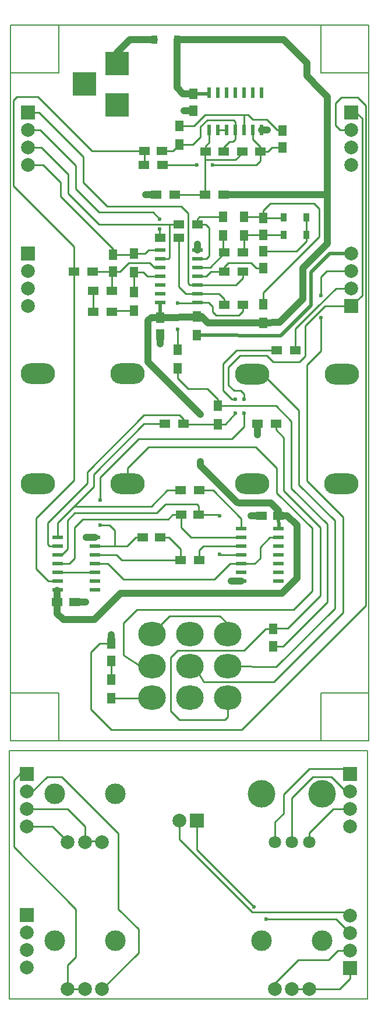
<source format=gbr>
G04 #@! TF.FileFunction,Copper,L1,Top,Signal*
%FSLAX46Y46*%
G04 Gerber Fmt 4.6, Leading zero omitted, Abs format (unit mm)*
G04 Created by KiCad (PCBNEW 4.0.7) date 03/28/18 20:32:25*
%MOMM*%
%LPD*%
G01*
G04 APERTURE LIST*
%ADD10C,0.100000*%
%ADD11C,0.150000*%
%ADD12R,2.000000X2.000000*%
%ADD13C,2.000000*%
%ADD14R,3.500000X3.500000*%
%ADD15O,4.000000X3.500000*%
%ADD16C,3.000000*%
%ADD17O,5.000000X3.000000*%
%ADD18R,1.250000X1.500000*%
%ADD19R,1.500000X1.250000*%
%ADD20R,0.900000X1.200000*%
%ADD21R,1.500000X1.300000*%
%ADD22R,1.300000X1.500000*%
%ADD23R,1.500000X0.600000*%
%ADD24R,0.600000X1.500000*%
%ADD25C,1.800000*%
%ADD26C,4.000000*%
%ADD27C,0.600000*%
%ADD28C,1.000000*%
%ADD29C,0.250000*%
%ADD30C,0.500000*%
G04 APERTURE END LIST*
D10*
D11*
X79832200Y-128727200D02*
X79832200Y-128447800D01*
X80340200Y-128727200D02*
X79222600Y-128727200D01*
X124720200Y-130172500D02*
X124364600Y-130172500D01*
X124720200Y-166240500D02*
X124720200Y-130172500D01*
X124339200Y-166240500D02*
X124720200Y-166240500D01*
X72701000Y-130172500D02*
X124517000Y-130172500D01*
X72701000Y-166240500D02*
X72701000Y-130172500D01*
X72701000Y-166240500D02*
X124517000Y-166240500D01*
X117932200Y-121742200D02*
X124917200Y-121742200D01*
X117932200Y-128727200D02*
X117932200Y-121742200D01*
X79832200Y-121742200D02*
X72847200Y-121742200D01*
X79832200Y-128727200D02*
X79832200Y-121742200D01*
X79832200Y-31699200D02*
X72847200Y-31699200D01*
X79832200Y-24714200D02*
X79832200Y-31699200D01*
X117932200Y-31699200D02*
X117932200Y-24714200D01*
X124917200Y-31699200D02*
X117932200Y-31699200D01*
X124917200Y-24714200D02*
X72847200Y-24714200D01*
X124917200Y-128727200D02*
X124917200Y-24714200D01*
X72847200Y-128727200D02*
X124917200Y-128727200D01*
X72847200Y-24714200D02*
X72847200Y-128727200D01*
D12*
X99929800Y-140307100D03*
D13*
X97389800Y-140307100D03*
D14*
X88328500Y-36322000D03*
X88328500Y-30322000D03*
X83628500Y-33322000D03*
D15*
X93407600Y-113256000D03*
X98907600Y-113256000D03*
X104407600Y-113256000D03*
X93407600Y-117856000D03*
X98907600Y-117856000D03*
X104407600Y-117856000D03*
X93407600Y-122456000D03*
X98907600Y-122456000D03*
X104407600Y-122456000D03*
D12*
X75234800Y-154063700D03*
D13*
X75234800Y-156603700D03*
X75234800Y-159143700D03*
X75234800Y-161683700D03*
D12*
X75234800Y-133540500D03*
D13*
X75234800Y-136080500D03*
X75234800Y-138620500D03*
X75234800Y-141160500D03*
D12*
X122199400Y-161709100D03*
D13*
X122199400Y-159169100D03*
X122199400Y-156629100D03*
X122199400Y-154089100D03*
D12*
X122174000Y-133540500D03*
D13*
X122174000Y-136080500D03*
X122174000Y-138620500D03*
X122174000Y-141160500D03*
D12*
X75361800Y-57937400D03*
D13*
X75361800Y-60477400D03*
X75361800Y-63017400D03*
X75361800Y-65557400D03*
D12*
X75374500Y-37401500D03*
D13*
X75374500Y-39941500D03*
X75374500Y-42481500D03*
X75374500Y-45021500D03*
D12*
X122402600Y-65557400D03*
D13*
X122402600Y-63017400D03*
X122402600Y-60477400D03*
X122402600Y-57937400D03*
D12*
X122351800Y-37414200D03*
D13*
X122351800Y-39954200D03*
X122351800Y-42494200D03*
X122351800Y-45034200D03*
X81169500Y-143446500D03*
X83669500Y-143446500D03*
X86169500Y-143446500D03*
D16*
X79269500Y-136446500D03*
X88069500Y-136446500D03*
D13*
X111268500Y-164782500D03*
X113768500Y-164782500D03*
X116268500Y-164782500D03*
D16*
X109368500Y-157782500D03*
X118168500Y-157782500D03*
D13*
X81169500Y-164782500D03*
X83669500Y-164782500D03*
X86169500Y-164782500D03*
D16*
X79269500Y-157782500D03*
X88069500Y-157782500D03*
D17*
X89824700Y-75400900D03*
X89824700Y-91400900D03*
X76824700Y-91400900D03*
X76847700Y-75400900D03*
X107977800Y-91413600D03*
X107977800Y-75413600D03*
X120977800Y-75413600D03*
X120954800Y-91413600D03*
D18*
X111048800Y-114965800D03*
X111048800Y-112465800D03*
D19*
X100183000Y-95885000D03*
X97683000Y-95885000D03*
X92095000Y-99187000D03*
X94595000Y-99187000D03*
D18*
X87477600Y-117074000D03*
X87477600Y-114574000D03*
X109601000Y-57551000D03*
X109601000Y-60051000D03*
X112395000Y-40025000D03*
X112395000Y-42525000D03*
X109601000Y-52725000D03*
X109601000Y-55225000D03*
D19*
X92349000Y-43053000D03*
X94849000Y-43053000D03*
D18*
X87757000Y-60559000D03*
X87757000Y-58059000D03*
X94615000Y-67203000D03*
X94615000Y-69703000D03*
X99441000Y-34691000D03*
X99441000Y-37191000D03*
D19*
X79649000Y-108585000D03*
X82149000Y-108585000D03*
X111803500Y-96012000D03*
X109303500Y-96012000D03*
D20*
X112523000Y-52705000D03*
X115823000Y-52705000D03*
X115823000Y-55245000D03*
X112523000Y-55245000D03*
X97027000Y-26860500D03*
X93727000Y-26860500D03*
D21*
X111459000Y-82677000D03*
X108759000Y-82677000D03*
D22*
X102997000Y-82757000D03*
X102997000Y-80057000D03*
D21*
X95297000Y-82677000D03*
X97997000Y-82677000D03*
X100283000Y-92329000D03*
X97583000Y-92329000D03*
X97583000Y-102489000D03*
X100283000Y-102489000D03*
D22*
X87477600Y-122533400D03*
X87477600Y-119833400D03*
X97155000Y-71929000D03*
X97155000Y-74629000D03*
D21*
X103933000Y-65405000D03*
X106633000Y-65405000D03*
X94623900Y-55664100D03*
X97323900Y-55664100D03*
X103839000Y-49339500D03*
X101139000Y-49339500D03*
X96727000Y-49403000D03*
X94027000Y-49403000D03*
X106498400Y-43141900D03*
X109198400Y-43141900D03*
X103933000Y-60579000D03*
X106633000Y-60579000D03*
X103864400Y-43141900D03*
X101164400Y-43141900D03*
D22*
X106807000Y-52625000D03*
X106807000Y-55325000D03*
X109601000Y-68025000D03*
X109601000Y-65325000D03*
D21*
X92249000Y-45085000D03*
X94949000Y-45085000D03*
X103933000Y-57785000D03*
X106633000Y-57785000D03*
D22*
X103759000Y-52625000D03*
X103759000Y-55325000D03*
D21*
X99978200Y-53682900D03*
X97278200Y-53682900D03*
D22*
X90805000Y-60659000D03*
X90805000Y-57959000D03*
X90805000Y-66247000D03*
X90805000Y-63547000D03*
D21*
X84883000Y-66421000D03*
X87583000Y-66421000D03*
X87583000Y-63373000D03*
X84883000Y-63373000D03*
X82089000Y-60579000D03*
X84789000Y-60579000D03*
D22*
X99949000Y-69803000D03*
X99949000Y-67103000D03*
X97409000Y-39417000D03*
X97409000Y-42117000D03*
D21*
X114253000Y-72009000D03*
X111553000Y-72009000D03*
D23*
X85123000Y-106807000D03*
X85123000Y-105537000D03*
X85123000Y-104267000D03*
X85123000Y-102997000D03*
X85123000Y-101727000D03*
X85123000Y-100457000D03*
X85123000Y-99187000D03*
X79723000Y-99187000D03*
X79723000Y-100457000D03*
X79723000Y-101727000D03*
X79723000Y-102997000D03*
X79723000Y-104267000D03*
X79723000Y-105537000D03*
X79723000Y-106807000D03*
X106393000Y-97917000D03*
X106393000Y-99187000D03*
X106393000Y-100457000D03*
X106393000Y-101727000D03*
X106393000Y-102997000D03*
X106393000Y-104267000D03*
X106393000Y-105537000D03*
X111793000Y-105537000D03*
X111793000Y-104267000D03*
X111793000Y-102997000D03*
X111793000Y-101727000D03*
X111793000Y-100457000D03*
X111793000Y-99187000D03*
X111793000Y-97917000D03*
X100001050Y-65043050D03*
X100001050Y-63773050D03*
X100001050Y-62503050D03*
X100001050Y-61233050D03*
X100001050Y-59963050D03*
X100001050Y-58693050D03*
X100001050Y-57423050D03*
X94601050Y-57423050D03*
X94601050Y-58693050D03*
X94601050Y-59963050D03*
X94601050Y-61233050D03*
X94601050Y-62503050D03*
X94601050Y-63773050D03*
X94601050Y-65043050D03*
D24*
X101752400Y-39999900D03*
X103022400Y-39999900D03*
X104292400Y-39999900D03*
X105562400Y-39999900D03*
X106832400Y-39999900D03*
X108102400Y-39999900D03*
X109372400Y-39999900D03*
X109372400Y-34599900D03*
X108102400Y-34599900D03*
X106832400Y-34599900D03*
X105562400Y-34599900D03*
X104292400Y-34599900D03*
X103022400Y-34599900D03*
X101752400Y-34599900D03*
D25*
X111268500Y-143446500D03*
X113768500Y-143446500D03*
X116268500Y-143446500D03*
D26*
X109368500Y-136446500D03*
X118168500Y-136446500D03*
D27*
X98107500Y-37211000D03*
X110172500Y-40005000D03*
X108775500Y-84264500D03*
X107823000Y-96012000D03*
X104902000Y-105537000D03*
X83883500Y-99187000D03*
X83756500Y-108585000D03*
X94615000Y-71056500D03*
X100012500Y-56578500D03*
X92519500Y-49403000D03*
X100457000Y-88138000D03*
X100457000Y-81280000D03*
X103225600Y-96012000D03*
X103251000Y-101600000D03*
X109988200Y-154632700D03*
X108210200Y-152854700D03*
X97155000Y-65151000D03*
X97155000Y-68961000D03*
X94488000Y-54356000D03*
X94488000Y-52959000D03*
X117983000Y-64008000D03*
X117983000Y-67246500D03*
X102235000Y-45085000D03*
X99949000Y-45085000D03*
X105537000Y-81153000D03*
X105537000Y-79121000D03*
X106807000Y-79121000D03*
X106807000Y-81153000D03*
X85852000Y-93726000D03*
X85852000Y-97409000D03*
X87503000Y-113284000D03*
D28*
X99441000Y-37191000D02*
X98127500Y-37191000D01*
X98127500Y-37191000D02*
X98107500Y-37211000D01*
X109372400Y-39999900D02*
X110167400Y-39999900D01*
X110167400Y-39999900D02*
X110172500Y-40005000D01*
X108759000Y-82677000D02*
X108759000Y-84248000D01*
X108759000Y-84248000D02*
X108775500Y-84264500D01*
X109303500Y-96012000D02*
X107843000Y-95992000D01*
X107843000Y-95992000D02*
X107823000Y-96012000D01*
X106393000Y-105537000D02*
X104902000Y-105537000D01*
X85123000Y-99187000D02*
X83883500Y-99187000D01*
X82149000Y-108585000D02*
X83756500Y-108585000D01*
X94615000Y-69703000D02*
X94615000Y-71056500D01*
X100001050Y-57423050D02*
X100001050Y-56589950D01*
X100001050Y-56589950D02*
X100012500Y-56578500D01*
X94027000Y-49403000D02*
X92519500Y-49403000D01*
D29*
X109372400Y-39999900D02*
X109372400Y-40601900D01*
D30*
X109303500Y-96012000D02*
X109227300Y-95930400D01*
X109227300Y-95930400D02*
X109232700Y-95935800D01*
D29*
X106393000Y-100457000D02*
X100838000Y-100457000D01*
X100838000Y-100457000D02*
X100283000Y-101012000D01*
X100283000Y-102489000D02*
X100283000Y-101012000D01*
X106426000Y-100457000D02*
X106393000Y-100457000D01*
D28*
X118935500Y-35814000D02*
X118935500Y-35115500D01*
X118935500Y-35115500D02*
X117919500Y-34099500D01*
X118935500Y-35814000D02*
X118935500Y-49339500D01*
X115951000Y-30226000D02*
X115951000Y-32131000D01*
X117919500Y-34099500D02*
X115951000Y-32131000D01*
X112585500Y-26860500D02*
X115951000Y-30226000D01*
X97027000Y-26860500D02*
X112585500Y-26860500D01*
X117919500Y-34099500D02*
X118935500Y-35115500D01*
X79649000Y-108585000D02*
X79649000Y-110256000D01*
X85013800Y-111125000D02*
X86283800Y-109855000D01*
X80518000Y-111125000D02*
X85013800Y-111125000D01*
X79649000Y-110256000D02*
X80518000Y-111125000D01*
X111803500Y-96012000D02*
X113093500Y-96012000D01*
X112268000Y-107315000D02*
X88823800Y-107315000D01*
X114477800Y-105105200D02*
X112268000Y-107315000D01*
X114477800Y-97396300D02*
X114477800Y-105105200D01*
X86283800Y-109855000D02*
X88823800Y-107315000D01*
X113093500Y-96012000D02*
X114477800Y-97396300D01*
X118935500Y-49339500D02*
X118935500Y-56451500D01*
D30*
X118935500Y-56451500D02*
X118935500Y-56324500D01*
X118935500Y-56324500D02*
X118935500Y-56451500D01*
X111803500Y-96012000D02*
X111803500Y-95293500D01*
D28*
X110680500Y-94170500D02*
X105989994Y-94170500D01*
X111803500Y-95293500D02*
X110680500Y-94170500D01*
X97027000Y-26860500D02*
X97027000Y-33781000D01*
X97937000Y-34691000D02*
X99441000Y-34691000D01*
X97027000Y-33781000D02*
X97937000Y-34691000D01*
D30*
X99949000Y-67103000D02*
X100631000Y-67103000D01*
D28*
X101553000Y-68025000D02*
X109601000Y-68025000D01*
X100631000Y-67103000D02*
X101553000Y-68025000D01*
D30*
X99441000Y-34691000D02*
X101661300Y-34691000D01*
X101661300Y-34691000D02*
X101752400Y-34599900D01*
X105791000Y-94107000D02*
X105989994Y-94170500D01*
D28*
X92837000Y-67691000D02*
X92837000Y-73660000D01*
X92837000Y-73660000D02*
X100457000Y-81280000D01*
X93325000Y-67203000D02*
X92837000Y-67691000D01*
X94615000Y-67203000D02*
X93325000Y-67203000D01*
X100457000Y-88773000D02*
X105791000Y-94107000D01*
X100457000Y-88138000D02*
X100457000Y-88773000D01*
D30*
X111823500Y-96032000D02*
X111803500Y-96012000D01*
X111803500Y-96012000D02*
X111836200Y-97873800D01*
X111836200Y-97873800D02*
X111793000Y-97917000D01*
D28*
X79649000Y-108585000D02*
X79649000Y-106881000D01*
D30*
X79649000Y-106881000D02*
X79723000Y-106807000D01*
X94615000Y-67203000D02*
X94615000Y-65057000D01*
X94615000Y-65057000D02*
X94601050Y-65043050D01*
D28*
X94615000Y-67203000D02*
X99912500Y-67139500D01*
D30*
X99912500Y-67139500D02*
X99949000Y-67103000D01*
X99949000Y-67103000D02*
X99949000Y-67132200D01*
D28*
X103839000Y-49339500D02*
X118935500Y-49339500D01*
X109601000Y-68025000D02*
X111914950Y-67917050D01*
X115316000Y-60071000D02*
X118935500Y-56451500D01*
X115316000Y-64516000D02*
X111914950Y-67917050D01*
X115316000Y-60071000D02*
X115316000Y-64516000D01*
D29*
X79776000Y-106860000D02*
X79723000Y-106807000D01*
X79248000Y-108184000D02*
X79649000Y-108585000D01*
D30*
X79629000Y-108565000D02*
X79649000Y-108585000D01*
X79703000Y-106827000D02*
X79723000Y-106807000D01*
X111803500Y-96012000D02*
X111727300Y-95905000D01*
D29*
X94615000Y-67203000D02*
X94475300Y-65168800D01*
X94475300Y-65168800D02*
X94601050Y-65043050D01*
X99464800Y-66618800D02*
X99949000Y-67103000D01*
X111897500Y-96106000D02*
X111803500Y-96012000D01*
X79629000Y-106901000D02*
X79723000Y-106807000D01*
X99949000Y-67103000D02*
X100123000Y-67103000D01*
X99698500Y-67353500D02*
X99949000Y-67103000D01*
X101752400Y-34599900D02*
X101752400Y-33997900D01*
X94615000Y-66802000D02*
X94615000Y-67203000D01*
X94336550Y-64990050D02*
X94347050Y-64979550D01*
X95297000Y-82677000D02*
X92252800Y-82677000D01*
X92252800Y-82677000D02*
X84912200Y-90017600D01*
X97583000Y-92329000D02*
X95631000Y-92329000D01*
X95631000Y-92329000D02*
X93294200Y-94665800D01*
X79723000Y-99187000D02*
X79723000Y-97010200D01*
X79723000Y-97010200D02*
X82067400Y-94665800D01*
X97583000Y-92329000D02*
X97434400Y-92329000D01*
X93294200Y-94665800D02*
X82067400Y-94665800D01*
X82067400Y-94665800D02*
X84912200Y-91821000D01*
X84912200Y-91821000D02*
X84912200Y-90017600D01*
X97583000Y-92329000D02*
X97307400Y-92329000D01*
X97583000Y-92790000D02*
X97583000Y-92329000D01*
X79629000Y-99187000D02*
X79723000Y-99187000D01*
X100001050Y-61233050D02*
X101326950Y-61233050D01*
X101981000Y-60579000D02*
X103933000Y-60579000D01*
X101326950Y-61233050D02*
X101981000Y-60579000D01*
X109601000Y-60051000D02*
X108565000Y-60051000D01*
X108565000Y-60051000D02*
X107823000Y-59309000D01*
X103933000Y-60579000D02*
X103933000Y-59897000D01*
X103933000Y-59897000D02*
X104521000Y-59309000D01*
X104521000Y-59309000D02*
X107823000Y-59309000D01*
X103933000Y-60579000D02*
X103933000Y-60151000D01*
X103933000Y-60579000D02*
X103905050Y-60344050D01*
X103905050Y-60344050D02*
X103651050Y-60598050D01*
X106393000Y-101727000D02*
X104140000Y-101727000D01*
X103289100Y-101701600D02*
X103251000Y-101600000D01*
X104140000Y-101727000D02*
X103289100Y-101701600D01*
X100183000Y-95885000D02*
X100183000Y-94595000D01*
X100183000Y-94595000D02*
X99949000Y-94361000D01*
X100183000Y-95885000D02*
X103098600Y-95885000D01*
X103098600Y-95885000D02*
X103225600Y-96012000D01*
X82194400Y-95631000D02*
X81153000Y-96672400D01*
X81153000Y-96672400D02*
X81153000Y-100838000D01*
X99949000Y-94361000D02*
X95377000Y-94361000D01*
X80264000Y-101727000D02*
X81153000Y-100838000D01*
X95377000Y-94361000D02*
X94107000Y-95631000D01*
X94107000Y-95631000D02*
X82194400Y-95631000D01*
X106393000Y-101727000D02*
X106248200Y-101777800D01*
X100310000Y-96012000D02*
X100183000Y-95885000D01*
X100183000Y-95885000D02*
X100183000Y-95484000D01*
X109601000Y-65325000D02*
X109601000Y-63627000D01*
X109601000Y-51689000D02*
X109601000Y-52725000D01*
X110617000Y-50673000D02*
X109601000Y-51689000D01*
X116967000Y-50673000D02*
X110617000Y-50673000D01*
X117729000Y-51435000D02*
X116967000Y-50673000D01*
X117729000Y-55499000D02*
X117729000Y-51435000D01*
X109601000Y-63627000D02*
X117729000Y-55499000D01*
X109601000Y-52725000D02*
X112503000Y-52725000D01*
X112503000Y-52725000D02*
X112523000Y-52705000D01*
X106807000Y-52625000D02*
X109501000Y-52625000D01*
X109501000Y-52625000D02*
X109601000Y-52725000D01*
X109601000Y-65325000D02*
X109642900Y-65325000D01*
X112523000Y-52705000D02*
X112395000Y-52705000D01*
X106807000Y-55325000D02*
X106807000Y-57611000D01*
X106807000Y-57611000D02*
X106633000Y-57785000D01*
X109601000Y-55225000D02*
X106907000Y-55225000D01*
X106907000Y-55225000D02*
X106807000Y-55325000D01*
X112523000Y-55245000D02*
X109621000Y-55245000D01*
X109621000Y-55245000D02*
X109601000Y-55225000D01*
X106553000Y-57705000D02*
X106633000Y-57785000D01*
X99929800Y-140307100D02*
X99929800Y-144574300D01*
X121672200Y-156156700D02*
X122942200Y-156156700D01*
X120148200Y-154632700D02*
X121672200Y-156156700D01*
X109988200Y-154632700D02*
X120148200Y-154632700D01*
X99929800Y-144574300D02*
X108210200Y-152854700D01*
X97389800Y-140307100D02*
X97389800Y-143046300D01*
X107960200Y-153616700D02*
X122942200Y-153616700D01*
X97389800Y-143046300D02*
X107960200Y-153616700D01*
D28*
X88328500Y-30322000D02*
X88328500Y-28702000D01*
X88328500Y-28702000D02*
X90170000Y-26860500D01*
X90170000Y-26860500D02*
X93727000Y-26860500D01*
D29*
X97583000Y-102489000D02*
X89027000Y-102489000D01*
X89027000Y-102489000D02*
X88265000Y-101727000D01*
X97583000Y-102489000D02*
X97583000Y-100885000D01*
X95885000Y-99187000D02*
X94595000Y-99187000D01*
X97583000Y-100885000D02*
X95885000Y-99187000D01*
X88265000Y-101727000D02*
X85123000Y-101727000D01*
X94595000Y-99207000D02*
X94595000Y-99187000D01*
X106393000Y-97917000D02*
X106393000Y-96423500D01*
X102298500Y-92329000D02*
X100283000Y-92329000D01*
X106393000Y-96423500D02*
X102298500Y-92329000D01*
X105689400Y-97917000D02*
X106393000Y-97917000D01*
X100283000Y-92329000D02*
X100203000Y-92329000D01*
X100001050Y-65043050D02*
X101619050Y-65043050D01*
X106633000Y-66341000D02*
X106633000Y-65405000D01*
X106045000Y-66929000D02*
X106633000Y-66341000D01*
X102743000Y-66929000D02*
X106045000Y-66929000D01*
X102235000Y-66421000D02*
X102743000Y-66929000D01*
X102235000Y-65659000D02*
X102235000Y-66421000D01*
X101619050Y-65043050D02*
X102235000Y-65659000D01*
X97155000Y-65151000D02*
X99893100Y-65151000D01*
X99893100Y-65151000D02*
X100001050Y-65043050D01*
X97155000Y-71929000D02*
X97155000Y-68961000D01*
X106633000Y-65858400D02*
X106633000Y-65405000D01*
X106633000Y-65833000D02*
X106633000Y-65405000D01*
X103933000Y-65405000D02*
X103933000Y-64563000D01*
X103143050Y-63773050D02*
X100001050Y-63773050D01*
X103933000Y-64563000D02*
X103143050Y-63773050D01*
X103933000Y-65405000D02*
X103933000Y-64842400D01*
X97323900Y-55664100D02*
X97323900Y-62779900D01*
X98317050Y-63773050D02*
X100001050Y-63773050D01*
X97323900Y-62779900D02*
X98317050Y-63773050D01*
X106498400Y-43141900D02*
X106498400Y-43361600D01*
X106498400Y-43361600D02*
X105537000Y-44323000D01*
X105537000Y-44323000D02*
X101139000Y-44323000D01*
X96727000Y-49403000D02*
X101075500Y-49403000D01*
X101075500Y-49403000D02*
X101139000Y-49339500D01*
X101752400Y-39999900D02*
X101752400Y-41757600D01*
X101752400Y-41757600D02*
X101164400Y-42345600D01*
X101139000Y-49339500D02*
X101139000Y-44323000D01*
X101139000Y-44323000D02*
X101139000Y-43167300D01*
X101139000Y-43167300D02*
X101164400Y-43141900D01*
X106426000Y-43214300D02*
X106498400Y-43141900D01*
X101172000Y-43149500D02*
X101164400Y-43141900D01*
X101164400Y-43141900D02*
X101164400Y-42345600D01*
X106498400Y-43141900D02*
X106498400Y-43475900D01*
X97155000Y-74629000D02*
X97155000Y-76073000D01*
X98679000Y-77597000D02*
X101473000Y-77597000D01*
X97155000Y-76073000D02*
X98679000Y-77597000D01*
X102997000Y-80057000D02*
X102997000Y-79121000D01*
X102997000Y-79121000D02*
X101473000Y-77597000D01*
X97155000Y-75057000D02*
X97155000Y-74629000D01*
X102997000Y-80057000D02*
X111426000Y-80057000D01*
X111426000Y-80057000D02*
X113665000Y-82296000D01*
X111048800Y-114965800D02*
X112491200Y-114965800D01*
X112491200Y-114965800D02*
X118872000Y-108585000D01*
X102997000Y-80057000D02*
X102663000Y-80057000D01*
X96901000Y-74930000D02*
X97155000Y-74629000D01*
X97456000Y-74930000D02*
X97155000Y-74629000D01*
X113665000Y-82296000D02*
X113665000Y-92011500D01*
X113665000Y-92011500D02*
X118872000Y-97218500D01*
X118872000Y-97218500D02*
X118872000Y-108585000D01*
X87477600Y-117074000D02*
X87477600Y-117555000D01*
X87477600Y-117555000D02*
X87477600Y-119833400D01*
X115823000Y-55245000D02*
X115823000Y-56135000D01*
X114407000Y-57551000D02*
X109601000Y-57551000D01*
X115823000Y-56135000D02*
X114407000Y-57551000D01*
X115823000Y-55245000D02*
X115823000Y-55627000D01*
X115823000Y-52705000D02*
X115823000Y-55245000D01*
X109749000Y-57403000D02*
X109601000Y-57551000D01*
X115971000Y-52853000D02*
X115823000Y-52705000D01*
X90043000Y-59309000D02*
X88773000Y-60579000D01*
X88773000Y-60579000D02*
X87777000Y-60579000D01*
X87777000Y-60579000D02*
X87757000Y-60559000D01*
X87757000Y-60559000D02*
X84809000Y-60559000D01*
X84809000Y-60559000D02*
X84789000Y-60579000D01*
X87583000Y-63373000D02*
X87583000Y-60733000D01*
X87583000Y-60733000D02*
X87757000Y-60559000D01*
X87737000Y-60579000D02*
X87757000Y-60559000D01*
X87757000Y-63199000D02*
X87583000Y-63373000D01*
X94601050Y-59963050D02*
X93745050Y-59963050D01*
X93745050Y-59963050D02*
X93091000Y-59309000D01*
X93091000Y-59309000D02*
X90043000Y-59309000D01*
X81248250Y-49244250D02*
X81248250Y-46386750D01*
X77343000Y-42481500D02*
X75374500Y-42481500D01*
X81248250Y-46386750D02*
X77343000Y-42481500D01*
X97278200Y-53682900D02*
X85686900Y-53682900D01*
X85686900Y-53682900D02*
X81248250Y-49244250D01*
X95973900Y-58496200D02*
X95973900Y-53682900D01*
X95885000Y-53721000D02*
X95885000Y-53682900D01*
X95935800Y-53721000D02*
X95885000Y-53721000D01*
X95973900Y-53682900D02*
X95935800Y-53721000D01*
X97278200Y-53682900D02*
X95885000Y-53682900D01*
X97278200Y-53682900D02*
X97040700Y-53682900D01*
X95973900Y-58496200D02*
X95777050Y-58693050D01*
X97278200Y-53682900D02*
X97104200Y-53682900D01*
X95777050Y-58693050D02*
X94601050Y-58693050D01*
X97278200Y-53682900D02*
X96850200Y-53682900D01*
X75190200Y-158696700D02*
X74428200Y-158696700D01*
X81169500Y-164782500D02*
X81169500Y-161337000D01*
X74231500Y-133540500D02*
X75234800Y-133540500D01*
X73342500Y-134429500D02*
X74231500Y-133540500D01*
X73342500Y-144145000D02*
X73342500Y-134429500D01*
X82359500Y-153162000D02*
X73342500Y-144145000D01*
X82359500Y-160147000D02*
X82359500Y-153162000D01*
X81169500Y-161337000D02*
X82359500Y-160147000D01*
X81169500Y-164782500D02*
X83669500Y-164782500D01*
X75234800Y-136080500D02*
X76009500Y-136080500D01*
X76009500Y-136080500D02*
X78168500Y-133921500D01*
X91440000Y-159512000D02*
X86169500Y-164782500D01*
X91440000Y-156083000D02*
X91440000Y-159512000D01*
X88519000Y-153162000D02*
X91440000Y-156083000D01*
X88519000Y-142176500D02*
X88519000Y-153162000D01*
X80264000Y-133921500D02*
X88519000Y-142176500D01*
X78168500Y-133921500D02*
X80264000Y-133921500D01*
X75234800Y-136080500D02*
X76022200Y-136080500D01*
X74479000Y-136065300D02*
X74533800Y-136065300D01*
X74656800Y-136065300D02*
X74479000Y-136065300D01*
X75234800Y-138620500D02*
X81178400Y-138620500D01*
X83682200Y-141124300D02*
X83682200Y-143421100D01*
X81178400Y-138620500D02*
X83682200Y-141124300D01*
X85439100Y-143278900D02*
X82939100Y-143278900D01*
X75234800Y-141160500D02*
X78921600Y-141160500D01*
X78921600Y-141160500D02*
X81182200Y-143421100D01*
X116268500Y-143446500D02*
X116268500Y-142113000D01*
X119761000Y-138620500D02*
X122174000Y-138620500D01*
X116268500Y-142113000D02*
X119761000Y-138620500D01*
X94488000Y-54356000D02*
X94488000Y-55528200D01*
X94488000Y-55528200D02*
X94623900Y-55664100D01*
X82327750Y-48545750D02*
X82327750Y-45116750D01*
X77152500Y-39941500D02*
X75374500Y-39941500D01*
X82327750Y-45116750D02*
X77152500Y-39941500D01*
X93599000Y-51943000D02*
X94488000Y-52959000D01*
X85725000Y-51943000D02*
X93599000Y-51943000D01*
X82327750Y-48545750D02*
X85725000Y-51943000D01*
X106633000Y-60579000D02*
X106633000Y-61515000D01*
X105644950Y-62503050D02*
X100001050Y-62503050D01*
X106633000Y-61515000D02*
X105644950Y-62503050D01*
X83407250Y-47593250D02*
X83407250Y-43846750D01*
X76962000Y-37401500D02*
X75374500Y-37401500D01*
X83407250Y-43846750D02*
X76962000Y-37401500D01*
X100001050Y-62503050D02*
X98952050Y-62503050D01*
X86868000Y-51054000D02*
X83407250Y-47593250D01*
X97663000Y-51054000D02*
X86868000Y-51054000D01*
X98679000Y-52070000D02*
X97663000Y-51054000D01*
X98679000Y-62230000D02*
X98679000Y-52070000D01*
X98952050Y-62503050D02*
X98679000Y-62230000D01*
X114253000Y-72009000D02*
X114253000Y-68881000D01*
X114253000Y-68881000D02*
X115523000Y-67611000D01*
X121666000Y-62992000D02*
X120142000Y-62992000D01*
X120142000Y-62992000D02*
X117475000Y-65659000D01*
X117475000Y-65659000D02*
X117475000Y-65659000D01*
X115523000Y-67611000D02*
X117475000Y-65659000D01*
X114253000Y-72009000D02*
X114253000Y-72343000D01*
X87757000Y-58059000D02*
X87757000Y-57277000D01*
X87757000Y-57277000D02*
X80137000Y-49657000D01*
X90805000Y-57959000D02*
X92409000Y-57959000D01*
X92944950Y-57423050D02*
X94601050Y-57423050D01*
X92409000Y-57959000D02*
X92944950Y-57423050D01*
X87757000Y-58059000D02*
X90705000Y-58059000D01*
X90705000Y-58059000D02*
X90805000Y-57959000D01*
X80137000Y-49657000D02*
X80137000Y-47561500D01*
X80137000Y-47561500D02*
X77597000Y-45021500D01*
X77597000Y-45021500D02*
X75374500Y-45021500D01*
X87757000Y-58059000D02*
X87757000Y-57658000D01*
X87864950Y-57951050D02*
X87757000Y-58059000D01*
X87757000Y-58059000D02*
X87757000Y-57531000D01*
X90705000Y-58059000D02*
X90805000Y-57959000D01*
D30*
X121666000Y-57912000D02*
X119253000Y-57912000D01*
X119253000Y-57912000D02*
X116522500Y-60642500D01*
X116522500Y-65468500D02*
X116522500Y-60642500D01*
X112124500Y-69866500D02*
X99949000Y-69803000D01*
X116522500Y-65468500D02*
X112124500Y-69866500D01*
D29*
X99949000Y-69803000D02*
X99949000Y-69850000D01*
X110363000Y-120192800D02*
X111137700Y-120192800D01*
X118846600Y-60477400D02*
X122402600Y-60477400D01*
X117983000Y-61341000D02*
X118846600Y-60477400D01*
X117983000Y-64008000D02*
X117983000Y-61341000D01*
X117983000Y-72072500D02*
X117983000Y-67246500D01*
X115951000Y-74104500D02*
X117983000Y-72072500D01*
X115951000Y-90932000D02*
X115951000Y-74104500D01*
X121221500Y-96202500D02*
X115951000Y-90932000D01*
X121221500Y-110109000D02*
X121221500Y-96202500D01*
X111137700Y-120192800D02*
X121221500Y-110109000D01*
X100990400Y-120192800D02*
X110363000Y-120192800D01*
X99517200Y-117856000D02*
X100990400Y-120192800D01*
X98907600Y-117856000D02*
X100025200Y-117856000D01*
X103759000Y-55325000D02*
X103739950Y-57591950D01*
X103739950Y-57591950D02*
X103933000Y-57785000D01*
X104013000Y-57705000D02*
X103933000Y-57785000D01*
X103933000Y-57785000D02*
X103933000Y-57865000D01*
X103933000Y-57865000D02*
X101873050Y-59963050D01*
X101873050Y-59963050D02*
X100001050Y-59963050D01*
X99978200Y-53682900D02*
X99978200Y-52929800D01*
X100283000Y-52625000D02*
X103759000Y-52625000D01*
X99978200Y-52929800D02*
X100283000Y-52625000D01*
X99978200Y-53682900D02*
X99978200Y-53437800D01*
X101727000Y-58293000D02*
X101727000Y-54229000D01*
X101180900Y-53682900D02*
X99978200Y-53682900D01*
X101727000Y-54229000D02*
X101180900Y-53682900D01*
X101326950Y-58693050D02*
X100001050Y-58693050D01*
X101727000Y-58293000D02*
X101326950Y-58693050D01*
X100058200Y-53602900D02*
X99978200Y-53682900D01*
X90805000Y-60659000D02*
X92155000Y-60659000D01*
X92729050Y-61233050D02*
X94601050Y-61233050D01*
X92155000Y-60659000D02*
X92729050Y-61233050D01*
X90805000Y-63547000D02*
X90805000Y-60659000D01*
X90805000Y-66247000D02*
X87757000Y-66247000D01*
X87757000Y-66247000D02*
X87583000Y-66421000D01*
X90725000Y-66167000D02*
X90805000Y-66247000D01*
X90631000Y-66421000D02*
X90805000Y-66247000D01*
X84883000Y-66421000D02*
X84883000Y-63373000D01*
X106393000Y-102997000D02*
X108331000Y-102997000D01*
X110553500Y-99187000D02*
X111793000Y-99187000D01*
X109156500Y-100584000D02*
X110553500Y-99187000D01*
X109156500Y-102171500D02*
X109156500Y-100584000D01*
X108331000Y-102997000D02*
X109156500Y-102171500D01*
X101092000Y-105283000D02*
X102489000Y-105283000D01*
X104775000Y-102997000D02*
X106393000Y-102997000D01*
X102489000Y-105283000D02*
X104775000Y-102997000D01*
X87020400Y-102997000D02*
X85123000Y-102997000D01*
X89306400Y-105283000D02*
X87020400Y-102997000D01*
X101092000Y-105283000D02*
X89306400Y-105283000D01*
X106393000Y-102997000D02*
X105714800Y-102997000D01*
X106172000Y-102997000D02*
X106393000Y-102997000D01*
X111793000Y-99187000D02*
X111760000Y-99187000D01*
X103022400Y-39999900D02*
X104292400Y-39999900D01*
X106393000Y-99187000D02*
X99123500Y-99187000D01*
X97683000Y-97746500D02*
X97683000Y-95885000D01*
X99123500Y-99187000D02*
X97683000Y-97746500D01*
X79723000Y-102997000D02*
X81407000Y-102997000D01*
X82169000Y-102235000D02*
X82169000Y-97713800D01*
X81407000Y-102997000D02*
X82169000Y-102235000D01*
X83362800Y-96520000D02*
X95758000Y-96520000D01*
X96393000Y-95885000D02*
X97683000Y-95885000D01*
X95758000Y-96520000D02*
X96393000Y-95885000D01*
X83362800Y-96520000D02*
X82169000Y-97713800D01*
X97683000Y-95885000D02*
X97683000Y-96413000D01*
X80137000Y-102997000D02*
X79723000Y-102997000D01*
X79723000Y-102997000D02*
X79629000Y-102997000D01*
X102235000Y-45085000D02*
X108585000Y-45085000D01*
X108585000Y-45085000D02*
X109198400Y-44471600D01*
X94949000Y-45085000D02*
X99949000Y-45085000D01*
X109198400Y-44471600D02*
X109198400Y-43141900D01*
X109198400Y-43141900D02*
X109198400Y-42396400D01*
X108102400Y-41300400D02*
X108102400Y-39999900D01*
X109198400Y-42396400D02*
X108102400Y-41300400D01*
X109198400Y-43141900D02*
X110274100Y-43141900D01*
X110891000Y-42525000D02*
X112395000Y-42525000D01*
X110274100Y-43141900D02*
X110891000Y-42525000D01*
X112336900Y-42613900D02*
X112395000Y-42525000D01*
X112395000Y-42525000D02*
X112057500Y-42525000D01*
X109093000Y-43247300D02*
X109198400Y-43141900D01*
X109198400Y-43141900D02*
X109198400Y-43328600D01*
X109198400Y-43141900D02*
X108864400Y-43141900D01*
X94849000Y-43053000D02*
X96473000Y-43053000D01*
X96473000Y-43053000D02*
X97409000Y-42117000D01*
X97409000Y-42117000D02*
X97329000Y-42117000D01*
X105257600Y-38506400D02*
X101447600Y-38506400D01*
X99361000Y-42117000D02*
X97409000Y-42117000D01*
X100457000Y-41021000D02*
X99361000Y-42117000D01*
X100457000Y-39497000D02*
X100457000Y-41021000D01*
X101447600Y-38506400D02*
X100457000Y-39497000D01*
X105562400Y-38811200D02*
X105562400Y-39999900D01*
X105257600Y-38506400D02*
X105562400Y-38811200D01*
X103864400Y-43141900D02*
X103864400Y-42490400D01*
X104648000Y-41706800D02*
X105219500Y-41706800D01*
X103864400Y-42490400D02*
X104648000Y-41706800D01*
X97409000Y-42117000D02*
X97409000Y-42037000D01*
X105562400Y-39999900D02*
X105562400Y-39268400D01*
X97429000Y-42137000D02*
X97409000Y-42117000D01*
X97409000Y-42117000D02*
X97583000Y-42117000D01*
X103864400Y-43141900D02*
X103864400Y-43061900D01*
X105219500Y-41706800D02*
X105562400Y-41363900D01*
X105562400Y-41363900D02*
X105562400Y-39999900D01*
X97409000Y-42117000D02*
X97837000Y-42117000D01*
X104292400Y-42713900D02*
X103864400Y-43141900D01*
X105537000Y-79121000D02*
X105029000Y-79121000D01*
X103759000Y-77851000D02*
X103759000Y-73914000D01*
X105029000Y-79121000D02*
X103759000Y-77851000D01*
X102997000Y-82757000D02*
X98077000Y-82757000D01*
X98077000Y-82757000D02*
X97997000Y-82677000D01*
X102997000Y-82757000D02*
X104060000Y-82757000D01*
X104060000Y-82757000D02*
X105537000Y-81153000D01*
X78232000Y-100203000D02*
X78232000Y-97028000D01*
X83997800Y-91262200D02*
X83997800Y-89662000D01*
X78232000Y-97028000D02*
X83997800Y-91262200D01*
X78232000Y-100203000D02*
X78486000Y-100457000D01*
X97997000Y-82677000D02*
X97997000Y-81995000D01*
X78486000Y-100457000D02*
X79723000Y-100457000D01*
X105664000Y-72009000D02*
X111553000Y-72009000D01*
X103759000Y-73914000D02*
X105664000Y-72009000D01*
X102917000Y-82677000D02*
X102997000Y-82757000D01*
X92252800Y-81407000D02*
X97409000Y-81407000D01*
X83997800Y-89662000D02*
X92252800Y-81407000D01*
X97997000Y-81995000D02*
X97409000Y-81407000D01*
X84709000Y-43053000D02*
X76835000Y-35179000D01*
X92349000Y-43053000D02*
X84709000Y-43053000D01*
X92349000Y-43053000D02*
X92349000Y-43033000D01*
X92349000Y-43053000D02*
X92349000Y-44985000D01*
X92349000Y-44985000D02*
X92249000Y-45085000D01*
X92095000Y-44931000D02*
X92249000Y-45085000D01*
X92349000Y-44985000D02*
X92249000Y-45085000D01*
X73279000Y-48133000D02*
X73279000Y-35687000D01*
X73279000Y-35687000D02*
X73787000Y-35179000D01*
X73787000Y-35179000D02*
X76835000Y-35179000D01*
X82089000Y-60579000D02*
X82089000Y-56943000D01*
X82089000Y-56943000D02*
X73279000Y-48133000D01*
X82089000Y-60579000D02*
X82089000Y-90885000D01*
X78359000Y-105537000D02*
X79723000Y-105537000D01*
X76581000Y-103759000D02*
X78359000Y-105537000D01*
X76581000Y-96393000D02*
X76581000Y-103759000D01*
X82089000Y-90885000D02*
X76581000Y-96393000D01*
X92349000Y-44985000D02*
X92249000Y-45085000D01*
X81915000Y-60753000D02*
X82089000Y-60579000D01*
X85123000Y-104267000D02*
X79723000Y-104267000D01*
X80391000Y-104267000D02*
X79723000Y-104267000D01*
X111459000Y-82677000D02*
X111459000Y-83519000D01*
X111459000Y-83519000D02*
X112585500Y-84645500D01*
X111119600Y-112395000D02*
X113157000Y-112395000D01*
X117906800Y-107645200D02*
X117906800Y-97713800D01*
X112585500Y-92392500D02*
X112585500Y-84645500D01*
X112585500Y-92392500D02*
X117906800Y-97713800D01*
X113157000Y-112395000D02*
X117906800Y-107645200D01*
X111048800Y-112465800D02*
X109911200Y-112465800D01*
X109911200Y-112465800D02*
X106756200Y-115620800D01*
X111119600Y-112395000D02*
X111048800Y-112465800D01*
X97409000Y-125628400D02*
X104038400Y-125628400D01*
X106756200Y-115620800D02*
X97155000Y-115620800D01*
X97155000Y-115620800D02*
X96164400Y-116611400D01*
X96164400Y-116611400D02*
X96164400Y-124383800D01*
X96164400Y-124383800D02*
X97409000Y-125628400D01*
X104038400Y-125628400D02*
X104407600Y-125259200D01*
X104407600Y-125259200D02*
X104407600Y-122456000D01*
X111048800Y-112465800D02*
X111048800Y-112090200D01*
X104407600Y-122456000D02*
X103380600Y-122456000D01*
X104407600Y-117856000D02*
X111480600Y-117932200D01*
X111480600Y-117932200D02*
X119964200Y-109448600D01*
X114744500Y-80708500D02*
X109310600Y-75274600D01*
X114744500Y-91503500D02*
X114744500Y-80708500D01*
X119964200Y-96723200D02*
X114744500Y-91503500D01*
X119964200Y-109448600D02*
X119964200Y-96723200D01*
X93407600Y-117856000D02*
X91694000Y-117856000D01*
X91694000Y-117856000D02*
X89230200Y-116255800D01*
X89230200Y-116255800D02*
X89230200Y-111582200D01*
X89230200Y-111582200D02*
X91186000Y-109626400D01*
X91186000Y-109626400D02*
X113995200Y-109626400D01*
X113995200Y-109626400D02*
X116662200Y-106959400D01*
X116662200Y-106959400D02*
X116662200Y-97802700D01*
X116662200Y-97802700D02*
X111569500Y-92710000D01*
X111569500Y-92710000D02*
X111569500Y-89090500D01*
X111569500Y-89090500D02*
X108483400Y-86004400D01*
X108483400Y-86004400D02*
X92887800Y-86004400D01*
X92887800Y-86004400D02*
X89824700Y-89067500D01*
X89824700Y-89067500D02*
X89824700Y-91400900D01*
X89824700Y-91400900D02*
X89824700Y-91277300D01*
X93407600Y-113256000D02*
X93407600Y-113145200D01*
X93407600Y-113145200D02*
X95961200Y-110591600D01*
X103276400Y-110591600D02*
X104407600Y-111722800D01*
X95961200Y-110591600D02*
X103276400Y-110591600D01*
X104407600Y-111722800D02*
X104407600Y-113256000D01*
X93407600Y-113256000D02*
X93500000Y-113256000D01*
X116255800Y-164807900D02*
X113755800Y-164807900D01*
X116255800Y-164807900D02*
X120650000Y-164807900D01*
X122199400Y-163258500D02*
X122199400Y-161709100D01*
X120650000Y-164807900D02*
X122199400Y-163258500D01*
X111255800Y-164807900D02*
X111255800Y-163889700D01*
X111255800Y-163889700D02*
X114630200Y-160515300D01*
X114630200Y-160515300D02*
X119049800Y-160515300D01*
X119049800Y-160515300D02*
X120396000Y-159169100D01*
X120396000Y-159169100D02*
X122199400Y-159169100D01*
X111268500Y-143446500D02*
X111268500Y-140509000D01*
X116268500Y-132778500D02*
X121412000Y-132778500D01*
X112522000Y-136525000D02*
X116268500Y-132778500D01*
X112522000Y-139255500D02*
X112522000Y-136525000D01*
X111268500Y-140509000D02*
X112522000Y-139255500D01*
X121412000Y-132778500D02*
X122174000Y-133540500D01*
X113768500Y-143446500D02*
X113768500Y-136993000D01*
X119507000Y-133985000D02*
X121602500Y-136080500D01*
X116776500Y-133985000D02*
X119507000Y-133985000D01*
X113768500Y-136993000D02*
X116776500Y-133985000D01*
X121602500Y-136080500D02*
X122174000Y-136080500D01*
X85217000Y-106901000D02*
X85123000Y-106807000D01*
X85217000Y-106901000D02*
X85123000Y-106807000D01*
X85217000Y-106901000D02*
X85123000Y-106807000D01*
X85217000Y-105537000D02*
X85123000Y-105537000D01*
X122351800Y-37414200D02*
X123075700Y-37414200D01*
X123075700Y-37414200D02*
X123952000Y-38290500D01*
X123952000Y-38290500D02*
X123952000Y-64008000D01*
X123952000Y-64008000D02*
X122402600Y-65557400D01*
X106807000Y-79121000D02*
X106807000Y-78359000D01*
X106299000Y-77851000D02*
X105378250Y-77851000D01*
X106807000Y-78359000D02*
X106299000Y-77851000D01*
X85852000Y-97409000D02*
X87249000Y-97409000D01*
X88011000Y-98171000D02*
X88011000Y-100457000D01*
X87249000Y-97409000D02*
X88011000Y-98171000D01*
X92095000Y-99187000D02*
X91059000Y-99187000D01*
X91059000Y-99187000D02*
X89789000Y-100457000D01*
X89789000Y-100457000D02*
X88011000Y-100457000D01*
X88011000Y-100457000D02*
X85123000Y-100457000D01*
X121666000Y-65532000D02*
X118554500Y-65532000D01*
X118554500Y-65532000D02*
X115697000Y-68389500D01*
X115697000Y-72834500D02*
X115697000Y-68389500D01*
X114871500Y-73660000D02*
X115697000Y-72834500D01*
X106807000Y-83058000D02*
X106807000Y-81153000D01*
X110998000Y-73660000D02*
X114871500Y-73660000D01*
X110109000Y-72771000D02*
X110998000Y-73660000D01*
X106172000Y-72771000D02*
X110109000Y-72771000D01*
X104521000Y-74422000D02*
X106172000Y-72771000D01*
X104521000Y-77089000D02*
X104521000Y-74422000D01*
X105378250Y-77851000D02*
X104521000Y-77089000D01*
X85852000Y-93726000D02*
X85852000Y-90424000D01*
X105029000Y-84836000D02*
X106807000Y-83058000D01*
X91440000Y-84836000D02*
X105029000Y-84836000D01*
X85852000Y-90424000D02*
X91440000Y-84836000D01*
X91948000Y-98679000D02*
X92095000Y-99187000D01*
X122351800Y-39954200D02*
X120726200Y-39954200D01*
X85768500Y-114574000D02*
X87477600Y-114574000D01*
X84518500Y-115824000D02*
X85768500Y-114574000D01*
X84518500Y-124142500D02*
X84518500Y-115824000D01*
X87503000Y-127127000D02*
X84518500Y-124142500D01*
X106489500Y-127127000D02*
X87503000Y-127127000D01*
X124523500Y-109093000D02*
X106489500Y-127127000D01*
X124523500Y-36449000D02*
X124523500Y-109093000D01*
X123317000Y-35242500D02*
X124523500Y-36449000D01*
X120904000Y-35242500D02*
X123317000Y-35242500D01*
X120078500Y-36068000D02*
X120904000Y-35242500D01*
X120078500Y-39306500D02*
X120078500Y-36068000D01*
X120726200Y-39954200D02*
X120078500Y-39306500D01*
D28*
X87477600Y-114574000D02*
X87477600Y-113309400D01*
X87477600Y-113309400D02*
X87503000Y-113284000D01*
D29*
X87477600Y-114574000D02*
X87477600Y-114427000D01*
X110109000Y-38481000D02*
X111633000Y-40005000D01*
X111633000Y-40005000D02*
X112375000Y-40005000D01*
X112375000Y-40005000D02*
X112395000Y-40025000D01*
X106807000Y-37807900D02*
X107403900Y-37807900D01*
X108077000Y-38481000D02*
X110109000Y-38481000D01*
X107403900Y-37807900D02*
X108077000Y-38481000D01*
X106807000Y-37807900D02*
X101130100Y-37807900D01*
X99521000Y-39417000D02*
X97409000Y-39417000D01*
X101130100Y-37807900D02*
X99521000Y-39417000D01*
X106832400Y-37807900D02*
X106807000Y-37807900D01*
X97583000Y-39243000D02*
X97409000Y-39417000D01*
X106832400Y-39999900D02*
X106832400Y-37807900D01*
X112440400Y-40113900D02*
X112395000Y-40025000D01*
X112395000Y-40025000D02*
X112395000Y-39497000D01*
X97409000Y-39417000D02*
X97743000Y-39417000D01*
X122301000Y-45085000D02*
X122351800Y-45034200D01*
X87477600Y-122533400D02*
X93330200Y-122533400D01*
X93330200Y-122533400D02*
X93407600Y-122456000D01*
D30*
X93405000Y-122453400D02*
X93407600Y-122456000D01*
D29*
X109372400Y-35267900D02*
X109372400Y-34599900D01*
X104292400Y-34599900D02*
X104292400Y-33997900D01*
M02*

</source>
